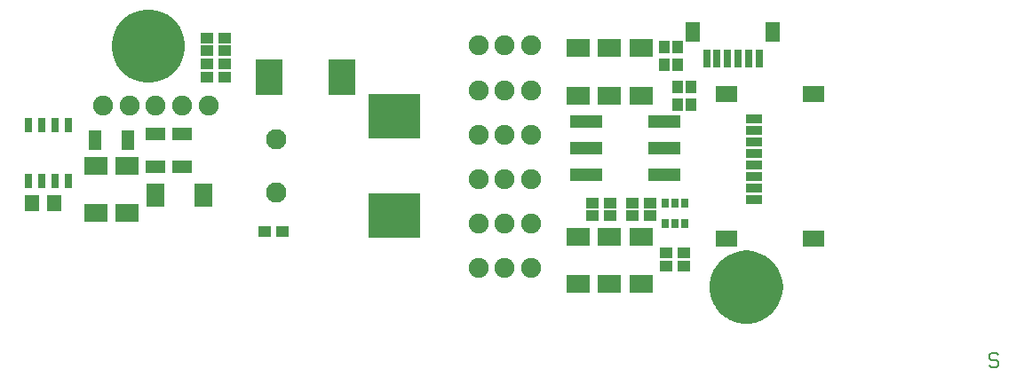
<source format=gts>
G04 BAE OUTPUT*
%MOIN*%
%ADD10C,0.00500*%
%ADD11C,0.00787*%
%ADD12R,0.00787X0.05904*%
%ADD13R,0.00787X0.05906*%
%ADD14R,0.00787X0.06299*%
%ADD15R,0.00787X0.10236*%
%ADD16C,0.00984*%
%ADD17R,0.00984X0.09843*%
%ADD18R,0.00984X0.11811*%
%ADD19R,0.00984X0.27559*%
%ADD20R,0.00984X0.44291*%
%ADD21C,0.00985*%
%ADD22R,0.00985X0.09843*%
%ADD23R,0.00985X0.11811*%
%ADD24R,0.00985X0.27559*%
%ADD25R,0.00985X0.44291*%
%ADD26R,0.01102X0.05904*%
%ADD27R,0.01102X0.05906*%
%ADD28C,0.01181*%
%ADD29R,0.01181X0.06102*%
%ADD30R,0.01181X0.11811*%
%ADD31C,0.01575*%
%ADD32R,0.01575X0.02362*%
%ADD33R,0.01575X0.05906*%
%ADD34R,0.01575X0.18898*%
%ADD35R,0.01575X0.23228*%
%ADD36C,0.01576*%
%ADD37R,0.01576X0.02362*%
%ADD38R,0.01576X0.05904*%
%ADD39R,0.01576X0.18898*%
%ADD40R,0.01576X0.23228*%
%ADD41R,0.01693X0.06496*%
%ADD42R,0.01772X0.06693*%
%ADD43C,0.01969*%
%ADD44R,0.01969X0.02362*%
%ADD45R,0.02164X0.06496*%
%ADD46R,0.02165X0.06496*%
%ADD47R,0.02362X0.01575*%
%ADD48R,0.02362X0.01576*%
%ADD49R,0.02362X0.01969*%
%ADD50C,0.02362*%
%ADD51R,0.02362X0.02362*%
%ADD52R,0.02362X0.02755*%
%ADD53R,0.02362X0.02756*%
%ADD54R,0.02362X0.05118*%
%ADD55R,0.02362X0.06102*%
%ADD56R,0.02520X0.02520*%
%ADD57R,0.02755X0.02362*%
%ADD58R,0.02756X0.02362*%
%ADD59R,0.02953X0.03346*%
%ADD60R,0.02953X0.05709*%
%ADD61R,0.02953X0.06693*%
%ADD62R,0.03150X0.05904*%
%ADD63R,0.03150X0.05906*%
%ADD64R,0.03346X0.02953*%
%ADD65C,0.03543*%
%ADD66R,0.03543X0.04331*%
%ADD67R,0.03543X0.04724*%
%ADD68R,0.03543X0.04725*%
%ADD69R,0.03543X0.05904*%
%ADD70R,0.03543X0.05906*%
%ADD71R,0.03543X0.06299*%
%ADD72R,0.03740X0.06496*%
%ADD73C,0.03937*%
%ADD74R,0.03937X0.04134*%
%ADD75R,0.03937X0.06693*%
%ADD76R,0.03937X0.11811*%
%ADD77R,0.04134X0.03937*%
%ADD78R,0.04134X0.04921*%
%ADD79R,0.04134X0.05315*%
%ADD80R,0.04134X0.05316*%
%ADD81R,0.04134X0.08661*%
%ADD82R,0.04331X0.03543*%
%ADD83R,0.04331X0.06693*%
%ADD84R,0.04331X0.10236*%
%ADD85R,0.04528X0.04724*%
%ADD86R,0.04528X0.04725*%
%ADD87R,0.04528X0.07283*%
%ADD88R,0.04528X0.12402*%
%ADD89R,0.04724X0.03543*%
%ADD90R,0.04724X0.04528*%
%ADD91R,0.04724X0.05512*%
%ADD92R,0.04724X0.05906*%
%ADD93R,0.04724X0.07087*%
%ADD94R,0.04724X0.09252*%
%ADD95R,0.04725X0.03543*%
%ADD96R,0.04725X0.04528*%
%ADD97R,0.04725X0.05512*%
%ADD98R,0.04725X0.05904*%
%ADD99R,0.04725X0.07087*%
%ADD100R,0.04725X0.09252*%
%ADD101R,0.04921X0.04134*%
%ADD102R,0.04921X0.07283*%
%ADD103R,0.04921X0.10827*%
%ADD104R,0.05118X0.02362*%
%ADD105R,0.05315X0.04134*%
%ADD106R,0.05315X0.06102*%
%ADD107R,0.05315X0.06496*%
%ADD108R,0.05315X0.07677*%
%ADD109R,0.05316X0.04134*%
%ADD110R,0.05316X0.06102*%
%ADD111R,0.05316X0.06496*%
%ADD112R,0.05316X0.07677*%
%ADD113R,0.05512X0.04724*%
%ADD114R,0.05512X0.04725*%
%ADD115R,0.05709X0.02953*%
%ADD116R,0.05709X0.07874*%
%ADD117R,0.05709X0.07875*%
%ADD118R,0.05904X0.00787*%
%ADD119R,0.05904X0.01102*%
%ADD120R,0.05904X0.01576*%
%ADD121R,0.05904X0.03150*%
%ADD122R,0.05904X0.03543*%
%ADD123R,0.05904X0.04725*%
%ADD124R,0.05904X0.09449*%
%ADD125R,0.05906X0.00787*%
%ADD126R,0.05906X0.01102*%
%ADD127R,0.05906X0.01575*%
%ADD128R,0.05906X0.03150*%
%ADD129R,0.05906X0.03543*%
%ADD130R,0.05906X0.04724*%
%ADD131R,0.05906X0.09449*%
%ADD132R,0.06102X0.01181*%
%ADD133R,0.06102X0.02362*%
%ADD134R,0.06102X0.05315*%
%ADD135R,0.06102X0.05316*%
%ADD136R,0.06299X0.00787*%
%ADD137R,0.06299X0.03543*%
%ADD138C,0.06299*%
%ADD139R,0.06299X0.08268*%
%ADD140R,0.06299X0.08465*%
%ADD141R,0.06299X0.08466*%
%ADD142R,0.06299X0.13780*%
%ADD143R,0.06496X0.01693*%
%ADD144R,0.06496X0.02164*%
%ADD145R,0.06496X0.02165*%
%ADD146R,0.06496X0.03740*%
%ADD147R,0.06496X0.05315*%
%ADD148R,0.06496X0.05316*%
%ADD149R,0.06693X0.01772*%
%ADD150R,0.06693X0.02953*%
%ADD151R,0.06693X0.03937*%
%ADD152R,0.06693X0.04331*%
%ADD153R,0.06890X0.08858*%
%ADD154R,0.06890X0.14370*%
%ADD155R,0.07087X0.04724*%
%ADD156R,0.07087X0.04725*%
%ADD157C,0.07087*%
%ADD158R,0.07283X0.04528*%
%ADD159R,0.07283X0.04921*%
%ADD160R,0.07283X0.08661*%
%ADD161C,0.07480*%
%ADD162R,0.07677X0.05315*%
%ADD163R,0.07677X0.05316*%
%ADD164C,0.07677*%
%ADD165R,0.07874X0.05709*%
%ADD166R,0.07874X0.23622*%
%ADD167R,0.07875X0.05709*%
%ADD168R,0.07875X0.23622*%
%ADD169R,0.08268X0.06299*%
%ADD170C,0.08268*%
%ADD171R,0.08465X0.06299*%
%ADD172R,0.08465X0.24213*%
%ADD173R,0.08466X0.06299*%
%ADD174R,0.08466X0.24213*%
%ADD175R,0.08661X0.04134*%
%ADD176R,0.08661X0.07283*%
%ADD177R,0.08858X0.06890*%
%ADD178C,0.09054*%
%ADD179C,0.09055*%
%ADD180R,0.09252X0.04724*%
%ADD181R,0.09252X0.04725*%
%ADD182R,0.09449X0.05904*%
%ADD183R,0.09449X0.05906*%
%ADD184C,0.09449*%
%ADD185R,0.09843X0.00984*%
%ADD186R,0.09843X0.00985*%
%ADD187R,0.09843X0.12992*%
%ADD188R,0.10236X0.00787*%
%ADD189R,0.10236X0.04331*%
%ADD190R,0.10433X0.13583*%
%ADD191R,0.10827X0.04921*%
%ADD192R,0.11811X0.00984*%
%ADD193R,0.11811X0.00985*%
%ADD194R,0.11811X0.01181*%
%ADD195R,0.11811X0.03937*%
%ADD196R,0.12402X0.04528*%
%ADD197C,0.12598*%
%ADD198R,0.12992X0.09843*%
%ADD199R,0.13583X0.10433*%
%ADD200R,0.13780X0.06299*%
%ADD201R,0.14370X0.06890*%
%ADD202R,0.16142X0.18898*%
%ADD203R,0.16732X0.19488*%
%ADD204C,0.17717*%
%ADD205R,0.18898X0.01575*%
%ADD206R,0.18898X0.01576*%
%ADD207R,0.18898X0.16142*%
%ADD208R,0.19488X0.16732*%
%ADD209R,0.23228X0.01575*%
%ADD210R,0.23228X0.01576*%
%ADD211R,0.23622X0.07874*%
%ADD212R,0.23622X0.07875*%
%ADD213R,0.24213X0.08465*%
%ADD214R,0.24213X0.08466*%
%ADD215R,0.27559X0.00984*%
%ADD216R,0.27559X0.00985*%
%ADD217R,0.44291X0.00984*%
%ADD218R,0.44291X0.00985*%
%FSLAX34Y34*%
%MOMM*%
G01*
X0Y0D02*
G54D11*
X1410833Y192500D02*
X1409167Y194167D01*
X1409167Y194167D02*
X1404167D01*
X1404167Y194167D02*
X1402500Y192500D01*
X1402500Y192500D02*
Y189167D01*
X1402500Y189167D02*
X1404167Y187500D01*
X1404167Y187500D02*
X1409167D01*
X1409167Y187500D02*
X1410833Y185833D01*
X1410833Y185833D02*
Y182500D01*
X1410833Y182500D02*
X1409167Y180833D01*
X1409167Y180833D02*
X1404167D01*
X1404167Y180833D02*
X1402500Y182500D01*
D02*
G54D59*
X1112000Y337500D03*
X1102500D03*
X1093000D03*
Y317500D03*
X1102500D03*
X1112000D03*
G54D60*
X524050Y411500D03*
X511350D03*
X498650D03*
X485950D03*
Y358500D03*
X498650D03*
X511350D03*
X524050D03*
G54D61*
X1132500Y475000D03*
X1142500D03*
X1152500D03*
X1162500D03*
X1172500D03*
X1182500D03*
G54D78*
X1105000Y448500D03*
Y431500D03*
Y486000D03*
Y469000D03*
X1092500Y486000D03*
Y469000D03*
X1117500Y448500D03*
Y431500D03*
G54D101*
X1024000Y325000D03*
X1041000D03*
X1024000Y337500D03*
X1041000D03*
X1111000Y290000D03*
X1094000D03*
X1111000Y277500D03*
X1094000D03*
X1078500Y325000D03*
X1061500D03*
X1078500Y337500D03*
X1061500D03*
X728500Y310000D03*
X711500D03*
X673500Y495000D03*
X656500D03*
Y482500D03*
X673500D03*
Y457500D03*
X656500D03*
Y470000D03*
X673500D03*
G54D102*
X580500Y397500D03*
X549500D03*
G54D106*
X489500Y337500D03*
X510500D03*
G54D108*
X1119500Y500250D03*
X1195500D03*
G54D146*
X1177500Y340500D03*
Y351500D03*
Y362500D03*
Y373500D03*
Y384500D03*
Y395500D03*
Y406500D03*
Y417500D03*
G54D153*
X607500Y345000D03*
X652500D03*
G54D159*
X607500Y372000D03*
Y403000D03*
X632500Y372000D03*
Y403000D03*
G54D161*
X657500Y430000D03*
X632500D03*
X607500D03*
X582500D03*
X557500D03*
X915000Y487500D03*
X940000D03*
X965000D03*
X915000Y445000D03*
X940000D03*
X965000D03*
X915000Y402500D03*
X940000D03*
X965000D03*
X915000Y360000D03*
X940000D03*
X965000D03*
X915000Y317500D03*
X940000D03*
X965000D03*
X915000Y275000D03*
X940000D03*
X965000D03*
G54D164*
X722500Y347100D03*
Y397900D03*
G54D171*
X1151500Y303750D03*
Y441250D03*
X1234600Y303750D03*
X1234500Y441250D03*
G54D177*
X1040000Y485000D03*
Y440000D03*
X1070000Y485000D03*
Y440000D03*
X1010000Y485000D03*
Y440000D03*
Y260000D03*
Y305000D03*
X1040000Y260000D03*
Y305000D03*
X1070000Y260000D03*
Y305000D03*
X580000Y327500D03*
Y372500D03*
X550000Y327500D03*
Y372500D03*
G54D190*
X784500Y457500D03*
X715500D03*
G54D196*
X1092500Y364600D03*
X1017500Y415400D03*
X1092500D03*
X1017500Y364600D03*
X1092500Y390000D03*
X1017500D03*
G54D204*
X587500Y487500D02*
X587740Y485061D01*
X588452Y482716*
X589607Y480555*
X591161Y478661*
X593055Y477107*
X595216Y475952*
X597561Y475240*
X600000Y475000*
X602439Y475240*
X604784Y475952*
X606945Y477107*
X608839Y478661*
X610393Y480555*
X611548Y482716*
X612260Y485061*
X612500Y487500*
X612260Y489939*
X611548Y492284*
X610393Y494445*
X608839Y496339*
X606945Y497893*
X604784Y499049*
X602439Y499760*
X600000Y500000*
X597561Y499760*
X595216Y499049*
X593055Y497893*
X591161Y496339*
X589607Y494445*
X588452Y492284*
X587740Y489939*
X587500Y487500*
X1157500Y257500D02*
X1157740Y255061D01*
X1158452Y252716*
X1159607Y250555*
X1161161Y248661*
X1163055Y247107*
X1165216Y245952*
X1167561Y245240*
X1170000Y245000*
X1172439Y245240*
X1174784Y245952*
X1176945Y247107*
X1178839Y248661*
X1180393Y250555*
X1181549Y252716*
X1182260Y255061*
X1182500Y257500*
X1182260Y259939*
X1181549Y262284*
X1180393Y264445*
X1178839Y266339*
X1176945Y267893*
X1174784Y269048*
X1172439Y269760*
X1170000Y270000*
X1167561Y269760*
X1165216Y269048*
X1163055Y267893*
X1161161Y266339*
X1159607Y264445*
X1158452Y262284*
X1157740Y259939*
X1157500Y257500*
D02*
G54D208*
X835000Y325000D03*
Y420000D03*
X0Y0D02*
M02*
*

</source>
